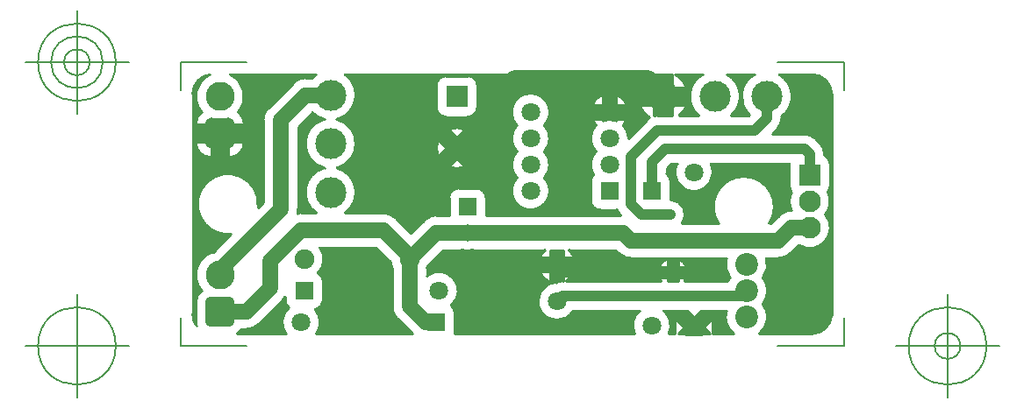
<source format=gbr>
G04 Generated by Ultiboard 14.1 *
%FSLAX34Y34*%
%MOMM*%

%ADD10C,0.0001*%
%ADD11C,0.2540*%
%ADD12C,1.5000*%
%ADD13C,1.0000*%
%ADD14C,2.0000*%
%ADD15C,0.1270*%
%ADD16R,1.8051X1.8051*%
%ADD17C,0.9949*%
%ADD18C,2.8000*%
%ADD19C,1.8000*%
%ADD20C,1.7000*%
%ADD21R,1.7000X1.7000*%
%ADD22C,1.9000*%
%ADD23C,3.0000*%
%ADD24R,1.8000X1.8000*%
%ADD25C,2.1000*%
%ADD26R,2.1000X2.1000*%
%ADD27C,2.2000*%
%ADD28C,1.0000*%


G04 ColorRGB 00FF00 for the following layer *
%LNCopper Top*%
%LPD*%
G54D10*
G36*
X501203Y259925D02*
G75*
D01*
G03X497586Y220079I11877J-21165*
G01*
X497586Y220079D01*
X478574Y220079D01*
G74*
D01*
G03X485773Y230154I15494J18681*
G01*
X485773Y230154D01*
X471686Y230154D01*
X471686Y220079D01*
X457213Y220079D01*
G75*
D01*
G03X454474Y219817I-13J-14339*
G01*
X454474Y219817D01*
X454474Y230154D01*
X440387Y230154D01*
G74*
D01*
G03X450146Y218224I22693J8606*
G01*
G74*
D01*
G03X447061Y215879I7054J12484*
G01*
X447061Y215879D01*
X429745Y198563D01*
G74*
D01*
G03X424614Y210820I18265J443*
G01*
G74*
D01*
G03X428563Y217041I13134J12700*
G01*
X428563Y217041D01*
X417959Y217041D01*
X417959Y215203D01*
G75*
D01*
G03X405001Y215203I-6479J-17083*
G01*
X405001Y215203D01*
X405001Y217041D01*
X394397Y217041D01*
G74*
D01*
G03X398346Y210820I17083J6479*
G01*
G75*
D01*
G03X398346Y185420I13134J-12700*
G01*
G75*
D01*
G03X396002Y163013I13134J-12700*
G01*
G74*
D01*
G03X393165Y156320I6478J6693*
G01*
X393165Y156320D01*
X393165Y138320D01*
G75*
D01*
G03X402480Y129005I9315J0*
G01*
X402480Y129005D01*
X418606Y129005D01*
G74*
D01*
G03X421661Y124481I13194J5615*
G01*
X421661Y124481D01*
X422210Y123931D01*
X292135Y123931D01*
X292135Y140580D01*
G74*
D01*
G03X282820Y149895I9315J0*
G01*
X282820Y149895D01*
X265820Y149895D01*
G75*
D01*
G03X256505Y140580I0J-9315*
G01*
X256505Y140580D01*
X256505Y123931D01*
X244240Y123931D01*
G75*
D01*
G03X240008Y123391I0J-16851*
G01*
G74*
D01*
G03X232324Y118996I4232J16311*
G01*
X232324Y118996D01*
X219710Y106381D01*
X204966Y121125D01*
G74*
D01*
G03X193040Y126071I11926J11905*
G01*
X193040Y126071D01*
X156034Y126071D01*
G75*
D01*
G03X148305Y169540I-13794J19969*
G01*
G75*
D01*
G03X148305Y216540I-6065J23500*
G01*
G75*
D01*
G03X156155Y259925I-6065J23500*
G01*
X156155Y259925D01*
X451203Y259925D01*
G74*
D01*
G03X440387Y247366I11877J21165*
G01*
X440387Y247366D01*
X454474Y247366D01*
X454474Y259925D01*
X471686Y259925D01*
X471686Y247366D01*
X485773Y247366D01*
G74*
D01*
G03X474957Y259925I22693J8606*
G01*
X474957Y259925D01*
X501203Y259925D01*
D02*
G37*
%LPC*%
G36*
X394397Y229999D02*
X394397Y229999D01*
X405001Y229999D01*
X405001Y240603D01*
G74*
D01*
G03X394397Y229999I6479J17083*
G01*
D02*
G37*
G36*
X322146Y210820D02*
G75*
D01*
G03X322146Y185420I13134J-12700*
G01*
G75*
D01*
G03X322146Y160020I13134J-12700*
G01*
G75*
D01*
G03X348414Y160020I13134J-12700*
G01*
G75*
D01*
G03X348414Y185420I-13134J12700*
G01*
G75*
D01*
G03X348414Y210820I-13134J12700*
G01*
G75*
D01*
G03X322146Y210820I-13134J12700*
G01*
D02*
G37*
G36*
X244345Y228260D02*
G75*
D01*
G03X253660Y218945I9315J0*
G01*
X253660Y218945D01*
X274660Y218945D01*
G75*
D01*
G03X283975Y228260I0J9315*
G01*
X283975Y228260D01*
X283975Y249260D01*
G74*
D01*
G03X274660Y258575I9315J0*
G01*
X274660Y258575D01*
X253660Y258575D01*
G75*
D01*
G03X244345Y249260I0J-9315*
G01*
X244345Y249260D01*
X244345Y228260D01*
D02*
G37*
G36*
X428563Y229999D02*
G74*
D01*
G03X417959Y240603I17083J6479*
G01*
X417959Y240603D01*
X417959Y229999D01*
X428563Y229999D01*
D02*
G37*
G36*
X456580Y238760D02*
G75*
D01*
G03X456580Y238760I6500J0*
G01*
D02*
G37*
G36*
X406980Y223520D02*
G75*
D01*
G03X406980Y223520I4500J0*
G01*
D02*
G37*
G36*
X282188Y196874D02*
X282188Y196874D01*
X274075Y188760D01*
X282188Y180646D01*
G75*
D01*
G03X282188Y196874I-18028J8114*
G01*
D02*
G37*
G36*
X246132Y196874D02*
G75*
D01*
G03X246132Y180646I18028J-8114*
G01*
X246132Y180646D01*
X254245Y188760D01*
X246132Y196874D01*
D02*
G37*
G36*
X258660Y188760D02*
G75*
D01*
G03X258660Y188760I5500J0*
G01*
D02*
G37*
G36*
X256046Y206788D02*
X256046Y206788D01*
X264160Y198675D01*
X272274Y206788D01*
G75*
D01*
G03X256046Y206788I-8114J-18028*
G01*
D02*
G37*
G36*
X272274Y170732D02*
X272274Y170732D01*
X264160Y178845D01*
X256046Y170732D01*
G75*
D01*
G03X272274Y170732I8114J18028*
G01*
D02*
G37*
%LPD*%
G36*
X17882Y223628D02*
G75*
D01*
G02X25574Y259779I17678J15132*
G01*
G74*
D01*
G03X9303Y241660I2481J18594*
G01*
G74*
D01*
G02X9315Y241185I9303J475*
G01*
X9315Y241185D01*
X9315Y28055D01*
G75*
D01*
G02X9303Y27580I-9315J0*
G01*
G74*
D01*
G03X12958Y16922I18752J475*
G01*
G75*
D01*
G02X12221Y21455I13577J4533*
G01*
X12221Y21455D01*
X12221Y39505D01*
G74*
D01*
G02X17882Y50908I14314J0*
G01*
G75*
D01*
G02X28965Y88356I17678J15132*
G01*
X28965Y88356D01*
X46105Y105497D01*
G75*
D01*
G02X72303Y131695I-2925J29123*
G01*
X72303Y131695D01*
X77129Y136520D01*
X77129Y215888D01*
G75*
D01*
G02X82064Y227816I16851J12*
G01*
X82064Y227816D01*
X84934Y230685D01*
X84934Y230685D01*
X106204Y251956D01*
G75*
D01*
G02X118127Y256891I11916J-11916*
G01*
X118127Y256891D01*
X124774Y256891D01*
G74*
D01*
G02X128325Y259925I17466J16851*
G01*
X128325Y259925D01*
X45231Y259925D01*
G75*
D01*
G02X53238Y223628I-9671J-21165*
G01*
G74*
D01*
G02X58899Y212225I8653J11403*
G01*
X58899Y212225D01*
X58899Y211476D01*
X43836Y211476D01*
X43836Y217011D01*
G75*
D01*
G02X27284Y217011I-8276J21749*
G01*
X27284Y217011D01*
X27284Y211476D01*
X12221Y211476D01*
X12221Y212225D01*
G74*
D01*
G02X17882Y223628I14314J0*
G01*
D02*
G37*
%LPC*%
G36*
X29060Y203200D02*
G75*
D01*
G02X29060Y203200I6500J0*
G01*
D02*
G37*
G36*
X44585Y179861D02*
X44585Y179861D01*
X43836Y179861D01*
X43836Y194924D01*
X58899Y194924D01*
X58899Y194175D01*
G75*
D01*
G02X44585Y179861I-14314J0*
G01*
D02*
G37*
G36*
X26535Y179861D02*
G75*
D01*
G02X12221Y194175I0J14314*
G01*
X12221Y194175D01*
X12221Y194924D01*
X27284Y194924D01*
X27284Y179861D01*
X26535Y179861D01*
D02*
G37*
%LPD*%
G36*
X432200Y82209D02*
X432200Y82209D01*
X524201Y82209D01*
G75*
D01*
G03X527762Y63500I19359J-6009*
G01*
G74*
D01*
G03X525528Y60059I15798J12700*
G01*
X525528Y60059D01*
X483887Y60059D01*
G74*
D01*
G03X485783Y63520I11447J8521*
G01*
X485783Y63520D01*
X477500Y63520D01*
X477500Y60059D01*
X467380Y60059D01*
X467380Y63520D01*
X459097Y63520D01*
G74*
D01*
G03X460993Y60059I13343J5060*
G01*
X460993Y60059D01*
X369239Y60059D01*
G74*
D01*
G03X377763Y69721I8559J16141*
G01*
X377763Y69721D01*
X367159Y69721D01*
X367159Y60059D01*
X365760Y60059D01*
G75*
D01*
G03X363667Y59905I0J-14339*
G01*
G74*
D01*
G03X360115Y58901I2093J14185*
G01*
G75*
D01*
G03X376430Y31381I565J-18261*
G01*
X376430Y31381D01*
X440455Y31381D01*
G75*
D01*
G03X435697Y9315I11665J-14061*
G01*
X435697Y9315D01*
X261936Y9315D01*
G74*
D01*
G03X262155Y11320I9096J2005*
G01*
X262155Y11320D01*
X262155Y29320D01*
G74*
D01*
G03X258490Y36726I9315J0*
G01*
G75*
D01*
G03X235291Y64957I-11650J14074*
G01*
X235291Y64957D01*
X235291Y73012D01*
G74*
D01*
G03X236202Y75210I16851J8268*
G01*
X236202Y75210D01*
X251220Y90229D01*
X268680Y90229D01*
G75*
D01*
G03X279960Y90229I5640J16851*
G01*
X279960Y90229D01*
X348976Y90229D01*
G74*
D01*
G03X343597Y82679I11704J14029*
G01*
X343597Y82679D01*
X354201Y82679D01*
X354201Y90229D01*
X367159Y90229D01*
X367159Y82679D01*
X377763Y82679D01*
G74*
D01*
G03X372384Y90229I17083J6479*
G01*
X372384Y90229D01*
X417200Y90229D01*
X420284Y87144D01*
G74*
D01*
G03X427195Y82969I11916J11916*
G01*
G75*
D01*
G03X432200Y82209I5005J16091*
G01*
D02*
G37*
%LPC*%
G36*
X470685Y66147D02*
G75*
D01*
G03X470685Y66147I1755J2433*
G01*
D02*
G37*
G36*
X477500Y81923D02*
X477500Y81923D01*
X477500Y73640D01*
X485783Y73640D01*
G74*
D01*
G03X477500Y81923I13343J5060*
G01*
D02*
G37*
G36*
X354201Y59117D02*
X354201Y59117D01*
X354201Y69721D01*
X343597Y69721D01*
G74*
D01*
G03X354201Y59117I17083J6479*
G01*
D02*
G37*
G36*
X459097Y73640D02*
X459097Y73640D01*
X467380Y73640D01*
X467380Y81923D01*
G74*
D01*
G03X459097Y73640I5060J13343*
G01*
D02*
G37*
G36*
X356180Y76200D02*
G75*
D01*
G03X356180Y76200I4500J0*
G01*
D02*
G37*
%LPD*%
G36*
X574957Y259925D02*
G75*
D01*
G02X577419Y219179I-11877J-21165*
G01*
X577419Y219179D01*
X577419Y217640D01*
G75*
D01*
G02X573209Y207491I-14339J0*
G01*
X573209Y207491D01*
X568017Y202299D01*
X599440Y202299D01*
G74*
D01*
G02X609589Y198089I0J14339*
G01*
X609589Y198089D01*
X614649Y193029D01*
G74*
D01*
G02X618859Y182880I10129J10149*
G01*
X618859Y182880D01*
X618859Y181547D01*
G74*
D01*
G02X624335Y173060I3839J8487*
G01*
X624335Y173060D01*
X624335Y152060D01*
G75*
D01*
G02X622163Y146081I-9315J0*
G01*
G75*
D01*
G02X619671Y124460I-17643J-8921*
G01*
G75*
D01*
G02X594181Y94909I-15151J-12700*
G01*
X594181Y94909D01*
X593720Y94909D01*
X585966Y87155D01*
G74*
D01*
G02X577586Y82586I11926J11905*
G01*
G75*
D01*
G02X574030Y82209I-3546J16474*
G01*
X574030Y82209D01*
X562919Y82209D01*
G75*
D01*
G02X559358Y63500I-19359J-6009*
G01*
G75*
D01*
G02X559358Y38100I-15798J-12700*
G01*
G75*
D01*
G02X555895Y9315I-15798J-12700*
G01*
X555895Y9315D01*
X606945Y9315D01*
G74*
D01*
G02X607420Y9303I0J9315*
G01*
G74*
D01*
G03X625697Y27580I475J18752*
G01*
G75*
D01*
G02X625685Y28055I9303J475*
G01*
X625685Y28055D01*
X625685Y241185D01*
G74*
D01*
G02X625697Y241660I9315J0*
G01*
G74*
D01*
G03X607420Y259937I18752J475*
G01*
G74*
D01*
G02X606945Y259925I475J9303*
G01*
X606945Y259925D01*
X574957Y259925D01*
D02*
G37*
G36*
X206524Y23644D02*
G75*
D01*
G02X201589Y35573I11916J11916*
G01*
X201589Y35573D01*
X201589Y73012D01*
G74*
D01*
G02X199868Y78561I16851J8268*
G01*
X199868Y78561D01*
X186060Y92369D01*
X131984Y92369D01*
G75*
D01*
G02X130158Y68053I-15144J-11089*
G01*
G74*
D01*
G02X135155Y59800I4318J8253*
G01*
X135155Y59800D01*
X135155Y41800D01*
G75*
D01*
G02X127359Y32610I-9315J0*
G01*
G75*
D01*
G02X128424Y9315I-13519J-12290*
G01*
X128424Y9315D01*
X220854Y9315D01*
X206524Y23644D01*
D02*
G37*
G36*
X470435Y138789D02*
G75*
D01*
G02X481412Y115911I-535J-14329*
G01*
X481412Y115911D01*
X516621Y115911D01*
G75*
D01*
G02X565419Y115911I24399J16169*
G01*
X565419Y115911D01*
X567060Y115911D01*
X574824Y123676D01*
G74*
D01*
G02X581867Y127891I11916J11916*
G01*
G74*
D01*
G02X586694Y128611I4873J16131*
G01*
G75*
D01*
G02X586877Y146081I17826J8549*
G01*
G75*
D01*
G02X584705Y152060I7143J5979*
G01*
X584705Y152060D01*
X584705Y173060D01*
G74*
D01*
G02X584722Y173621I9315J0*
G01*
X584722Y173621D01*
X508994Y173621D01*
G75*
D01*
G02X476526Y173621I-16234J-8381*
G01*
X476526Y173621D01*
X470759Y173621D01*
X470685Y173547D01*
X470685Y173547D01*
X466459Y169321D01*
X466459Y163953D01*
G74*
D01*
G02X470435Y156320I5339J7633*
G01*
X470435Y156320D01*
X470435Y138789D01*
D02*
G37*
G36*
X136175Y169540D02*
G75*
D01*
G02X136175Y216540I6065J23500*
G01*
G74*
D01*
G02X124935Y223024I6065J23500*
G01*
X124935Y223024D01*
X110831Y208920D01*
X110831Y129540D01*
G75*
D01*
G02X110398Y125743I-16851J0*
G01*
G75*
D01*
G02X113712Y126071I3307J-16523*
G01*
X113712Y126071D01*
X128446Y126071D01*
G75*
D01*
G02X136175Y169540I13794J19969*
G01*
D02*
G37*
G36*
X99256Y9315D02*
G75*
D01*
G02X102190Y34394I14584J11005*
G01*
G75*
D01*
G02X98525Y41800I5650J7406*
G01*
X98525Y41800D01*
X98525Y45111D01*
G74*
D01*
G02X95725Y41414I14705J8229*
G01*
X95725Y41414D01*
X72886Y18575D01*
G74*
D01*
G02X60960Y13629I11926J11905*
G01*
X60960Y13629D01*
X56570Y13629D01*
G74*
D01*
G02X52169Y9315I11985J7826*
G01*
X52169Y9315D01*
X99256Y9315D01*
D02*
G37*
G36*
X524192Y31381D02*
X524192Y31381D01*
X499716Y31381D01*
X492760Y24425D01*
X485804Y31381D01*
X463785Y31381D01*
G75*
D01*
G02X468543Y9315I-11665J-14061*
G01*
X468543Y9315D01*
X474445Y9315D01*
X474445Y24240D01*
G74*
D01*
G02X474446Y24369I9315J0*
G01*
X474446Y24369D01*
X483575Y15240D01*
X477650Y9315D01*
X507870Y9315D01*
X501945Y15240D01*
X511074Y24369D01*
G74*
D01*
G02X511075Y24240I9314J129*
G01*
X511075Y24240D01*
X511075Y9315D01*
X531225Y9315D01*
G75*
D01*
G02X524192Y31381I12335J16085*
G01*
D02*
G37*
%LPC*%
G36*
X488260Y15240D02*
G75*
D01*
G02X488260Y15240I4500J0*
G01*
D02*
G37*
%LPD*%
G36*
X546344Y221183D02*
G75*
D01*
G02X551203Y259925I16736J17577*
G01*
X551203Y259925D01*
X524957Y259925D01*
G75*
D01*
G02X528574Y220079I-11877J-21165*
G01*
X528574Y220079D01*
X545241Y220079D01*
X546344Y221183D01*
D02*
G37*
G54D11*
X29060Y203200D02*
G75*
D01*
G02X29060Y203200I6500J0*
G01*
X44585Y179861D02*
X43836Y179861D01*
X43836Y194924D01*
X58899Y194924D01*
X58899Y194175D01*
G75*
D01*
G02X44585Y179861I-14314J0*
G01*
X26535Y179861D02*
G75*
D01*
G02X12221Y194175I0J14314*
G01*
X12221Y194924D01*
X27284Y194924D01*
X27284Y179861D01*
X26535Y179861D01*
X17882Y223628D02*
G75*
D01*
G02X25574Y259779I17678J15132*
G01*
G74*
D01*
G03X9303Y241660I2481J18594*
G01*
G74*
D01*
G02X9315Y241185I9303J475*
G01*
X9315Y28055D01*
G75*
D01*
G02X9303Y27580I-9315J0*
G01*
G74*
D01*
G03X12958Y16922I18752J475*
G01*
G75*
D01*
G02X12221Y21455I13577J4533*
G01*
X12221Y39505D01*
G74*
D01*
G02X17882Y50908I14314J0*
G01*
G75*
D01*
G02X28965Y88356I17678J15132*
G01*
X46105Y105497D01*
G75*
D01*
G02X72303Y131695I-2925J29123*
G01*
X77129Y136520D01*
X77129Y215888D01*
G75*
D01*
G02X82064Y227816I16851J12*
G01*
X84934Y230685D01*
X84934Y230685D01*
X106204Y251956D01*
G75*
D01*
G02X118127Y256891I11916J-11916*
G01*
X124774Y256891D01*
G74*
D01*
G02X128325Y259925I17466J16851*
G01*
X45231Y259925D01*
G75*
D01*
G02X53238Y223628I-9671J-21165*
G01*
G74*
D01*
G02X58899Y212225I8653J11403*
G01*
X58899Y211476D01*
X43836Y211476D01*
X43836Y217011D01*
G75*
D01*
G02X27284Y217011I-8276J21749*
G01*
X27284Y211476D01*
X12221Y211476D01*
X12221Y212225D01*
G74*
D01*
G02X17882Y223628I14314J0*
G01*
X99256Y9315D02*
G75*
D01*
G02X102190Y34394I14584J11005*
G01*
G75*
D01*
G02X98525Y41800I5650J7406*
G01*
X98525Y45111D01*
G74*
D01*
G02X95725Y41414I14705J8229*
G01*
X72886Y18575D01*
G74*
D01*
G02X60960Y13629I11926J11905*
G01*
X56570Y13629D01*
G74*
D01*
G02X52169Y9315I11985J7826*
G01*
X99256Y9315D01*
X206524Y23644D02*
G75*
D01*
G02X201589Y35573I11916J11916*
G01*
X201589Y73012D01*
G74*
D01*
G02X199868Y78561I16851J8268*
G01*
X186060Y92369D01*
X131984Y92369D01*
G75*
D01*
G02X130158Y68053I-15144J-11089*
G01*
G74*
D01*
G02X135155Y59800I4318J8253*
G01*
X135155Y41800D01*
G75*
D01*
G02X127359Y32610I-9315J0*
G01*
G75*
D01*
G02X128424Y9315I-13519J-12290*
G01*
X220854Y9315D01*
X206524Y23644D01*
X470685Y66147D02*
G75*
D01*
G03X470685Y66147I1755J2433*
G01*
X477500Y81923D02*
X477500Y73640D01*
X485783Y73640D01*
G74*
D01*
G03X477500Y81923I13343J5060*
G01*
X354201Y59117D02*
X354201Y69721D01*
X343597Y69721D01*
G74*
D01*
G03X354201Y59117I17083J6479*
G01*
X459097Y73640D02*
X467380Y73640D01*
X467380Y81923D01*
G74*
D01*
G03X459097Y73640I5060J13343*
G01*
X356180Y76200D02*
G75*
D01*
G03X356180Y76200I4500J0*
G01*
X432200Y82209D02*
X524201Y82209D01*
G75*
D01*
G03X527762Y63500I19359J-6009*
G01*
G74*
D01*
G03X525528Y60059I15798J12700*
G01*
X483887Y60059D01*
G74*
D01*
G03X485783Y63520I11447J8521*
G01*
X477500Y63520D01*
X477500Y60059D01*
X467380Y60059D01*
X467380Y63520D01*
X459097Y63520D01*
G74*
D01*
G03X460993Y60059I13343J5060*
G01*
X369239Y60059D01*
G74*
D01*
G03X377763Y69721I8559J16141*
G01*
X367159Y69721D01*
X367159Y60059D01*
X365760Y60059D01*
G75*
D01*
G03X363667Y59905I0J-14339*
G01*
G74*
D01*
G03X360115Y58901I2093J14185*
G01*
G75*
D01*
G03X376430Y31381I565J-18261*
G01*
X440455Y31381D01*
G75*
D01*
G03X435697Y9315I11665J-14061*
G01*
X261936Y9315D01*
G74*
D01*
G03X262155Y11320I9096J2005*
G01*
X262155Y29320D01*
G74*
D01*
G03X258490Y36726I9315J0*
G01*
G75*
D01*
G03X235291Y64957I-11650J14074*
G01*
X235291Y73012D01*
G74*
D01*
G03X236202Y75210I16851J8268*
G01*
X251220Y90229D01*
X268680Y90229D01*
G75*
D01*
G03X279960Y90229I5640J16851*
G01*
X348976Y90229D01*
G74*
D01*
G03X343597Y82679I11704J14029*
G01*
X354201Y82679D01*
X354201Y90229D01*
X367159Y90229D01*
X367159Y82679D01*
X377763Y82679D01*
G74*
D01*
G03X372384Y90229I17083J6479*
G01*
X417200Y90229D01*
X420284Y87144D01*
G74*
D01*
G03X427195Y82969I11916J11916*
G01*
G75*
D01*
G03X432200Y82209I5005J16091*
G01*
X488260Y15240D02*
G75*
D01*
G02X488260Y15240I4500J0*
G01*
X524192Y31381D02*
X499716Y31381D01*
X492760Y24425D01*
X485804Y31381D01*
X463785Y31381D01*
G75*
D01*
G02X468543Y9315I-11665J-14061*
G01*
X474445Y9315D01*
X474445Y24240D01*
G74*
D01*
G02X474446Y24369I9315J0*
G01*
X483575Y15240D01*
X477650Y9315D01*
X507870Y9315D01*
X501945Y15240D01*
X511074Y24369D01*
G74*
D01*
G02X511075Y24240I9314J129*
G01*
X511075Y9315D01*
X531225Y9315D01*
G75*
D01*
G02X524192Y31381I12335J16085*
G01*
X574957Y259925D02*
G75*
D01*
G02X577419Y219179I-11877J-21165*
G01*
X577419Y217640D01*
G75*
D01*
G02X573209Y207491I-14339J0*
G01*
X568017Y202299D01*
X599440Y202299D01*
G74*
D01*
G02X609589Y198089I0J14339*
G01*
X614649Y193029D01*
G74*
D01*
G02X618859Y182880I10129J10149*
G01*
X618859Y181547D01*
G74*
D01*
G02X624335Y173060I3839J8487*
G01*
X624335Y152060D01*
G75*
D01*
G02X622163Y146081I-9315J0*
G01*
G75*
D01*
G02X619671Y124460I-17643J-8921*
G01*
G75*
D01*
G02X594181Y94909I-15151J-12700*
G01*
X593720Y94909D01*
X585966Y87155D01*
G74*
D01*
G02X577586Y82586I11926J11905*
G01*
G75*
D01*
G02X574030Y82209I-3546J16474*
G01*
X562919Y82209D01*
G75*
D01*
G02X559358Y63500I-19359J-6009*
G01*
G75*
D01*
G02X559358Y38100I-15798J-12700*
G01*
G75*
D01*
G02X555895Y9315I-15798J-12700*
G01*
X606945Y9315D01*
G74*
D01*
G02X607420Y9303I0J9315*
G01*
G74*
D01*
G03X625697Y27580I475J18752*
G01*
G75*
D01*
G02X625685Y28055I9303J475*
G01*
X625685Y241185D01*
G74*
D01*
G02X625697Y241660I9315J0*
G01*
G74*
D01*
G03X607420Y259937I18752J475*
G01*
G74*
D01*
G02X606945Y259925I475J9303*
G01*
X574957Y259925D01*
X394397Y229999D02*
X405001Y229999D01*
X405001Y240603D01*
G74*
D01*
G03X394397Y229999I6479J17083*
G01*
X322146Y210820D02*
G75*
D01*
G03X322146Y185420I13134J-12700*
G01*
G75*
D01*
G03X322146Y160020I13134J-12700*
G01*
G75*
D01*
G03X348414Y160020I13134J-12700*
G01*
G75*
D01*
G03X348414Y185420I-13134J12700*
G01*
G75*
D01*
G03X348414Y210820I-13134J12700*
G01*
G75*
D01*
G03X322146Y210820I-13134J12700*
G01*
X244345Y228260D02*
G75*
D01*
G03X253660Y218945I9315J0*
G01*
X274660Y218945D01*
G75*
D01*
G03X283975Y228260I0J9315*
G01*
X283975Y249260D01*
G74*
D01*
G03X274660Y258575I9315J0*
G01*
X253660Y258575D01*
G75*
D01*
G03X244345Y249260I0J-9315*
G01*
X244345Y228260D01*
X428563Y229999D02*
G74*
D01*
G03X417959Y240603I17083J6479*
G01*
X417959Y229999D01*
X428563Y229999D01*
X456580Y238760D02*
G75*
D01*
G03X456580Y238760I6500J0*
G01*
X406980Y223520D02*
G75*
D01*
G03X406980Y223520I4500J0*
G01*
X282188Y196874D02*
X274075Y188760D01*
X282188Y180646D01*
G75*
D01*
G03X282188Y196874I-18028J8114*
G01*
X246132Y196874D02*
G75*
D01*
G03X246132Y180646I18028J-8114*
G01*
X254245Y188760D01*
X246132Y196874D01*
X258660Y188760D02*
G75*
D01*
G03X258660Y188760I5500J0*
G01*
X256046Y206788D02*
X264160Y198675D01*
X272274Y206788D01*
G75*
D01*
G03X256046Y206788I-8114J-18028*
G01*
X272274Y170732D02*
X264160Y178845D01*
X256046Y170732D01*
G75*
D01*
G03X272274Y170732I8114J18028*
G01*
X501203Y259925D02*
G75*
D01*
G03X497586Y220079I11877J-21165*
G01*
X478574Y220079D01*
G74*
D01*
G03X485773Y230154I15494J18681*
G01*
X471686Y230154D01*
X471686Y220079D01*
X457213Y220079D01*
G75*
D01*
G03X454474Y219817I-13J-14339*
G01*
X454474Y230154D01*
X440387Y230154D01*
G74*
D01*
G03X450146Y218224I22693J8606*
G01*
G74*
D01*
G03X447061Y215879I7054J12484*
G01*
X429745Y198563D01*
G74*
D01*
G03X424614Y210820I18265J443*
G01*
G74*
D01*
G03X428563Y217041I13134J12700*
G01*
X417959Y217041D01*
X417959Y215203D01*
G75*
D01*
G03X405001Y215203I-6479J-17083*
G01*
X405001Y217041D01*
X394397Y217041D01*
G74*
D01*
G03X398346Y210820I17083J6479*
G01*
G75*
D01*
G03X398346Y185420I13134J-12700*
G01*
G75*
D01*
G03X396002Y163013I13134J-12700*
G01*
G74*
D01*
G03X393165Y156320I6478J6693*
G01*
X393165Y138320D01*
G75*
D01*
G03X402480Y129005I9315J0*
G01*
X418606Y129005D01*
G74*
D01*
G03X421661Y124481I13194J5615*
G01*
X422210Y123931D01*
X292135Y123931D01*
X292135Y140580D01*
G74*
D01*
G03X282820Y149895I9315J0*
G01*
X265820Y149895D01*
G75*
D01*
G03X256505Y140580I0J-9315*
G01*
X256505Y123931D01*
X244240Y123931D01*
G75*
D01*
G03X240008Y123391I0J-16851*
G01*
G74*
D01*
G03X232324Y118996I4232J16311*
G01*
X219710Y106381D01*
X204966Y121125D01*
G74*
D01*
G03X193040Y126071I11926J11905*
G01*
X156034Y126071D01*
G75*
D01*
G03X148305Y169540I-13794J19969*
G01*
G75*
D01*
G03X148305Y216540I-6065J23500*
G01*
G75*
D01*
G03X156155Y259925I-6065J23500*
G01*
X451203Y259925D01*
G74*
D01*
G03X440387Y247366I11877J21165*
G01*
X454474Y247366D01*
X454474Y259925D01*
X471686Y259925D01*
X471686Y247366D01*
X485773Y247366D01*
G74*
D01*
G03X474957Y259925I22693J8606*
G01*
X501203Y259925D01*
X136175Y169540D02*
G75*
D01*
G02X136175Y216540I6065J23500*
G01*
G74*
D01*
G02X124935Y223024I6065J23500*
G01*
X110831Y208920D01*
X110831Y129540D01*
G75*
D01*
G02X110398Y125743I-16851J0*
G01*
G75*
D01*
G02X113712Y126071I3307J-16523*
G01*
X128446Y126071D01*
G75*
D01*
G02X136175Y169540I13794J19969*
G01*
X470435Y138789D02*
G75*
D01*
G02X481412Y115911I-535J-14329*
G01*
X516621Y115911D01*
G75*
D01*
G02X565419Y115911I24399J16169*
G01*
X567060Y115911D01*
X574824Y123676D01*
G74*
D01*
G02X581867Y127891I11916J11916*
G01*
G74*
D01*
G02X586694Y128611I4873J16131*
G01*
G75*
D01*
G02X586877Y146081I17826J8549*
G01*
G75*
D01*
G02X584705Y152060I7143J5979*
G01*
X584705Y173060D01*
G74*
D01*
G02X584722Y173621I9315J0*
G01*
X508994Y173621D01*
G75*
D01*
G02X476526Y173621I-16234J-8381*
G01*
X470759Y173621D01*
X470685Y173547D01*
X470685Y173547D01*
X466459Y169321D01*
X466459Y163953D01*
G74*
D01*
G02X470435Y156320I5339J7633*
G01*
X470435Y138789D01*
X546344Y221183D02*
G75*
D01*
G02X551203Y259925I16736J17577*
G01*
X524957Y259925D01*
G75*
D01*
G02X528574Y220079I-11877J-21165*
G01*
X545241Y220079D01*
X546344Y221183D01*
G54D12*
X193040Y109220D02*
X218440Y83820D01*
X244240Y107080D02*
X218440Y81280D01*
X218440Y35560D02*
X218440Y83820D01*
X113705Y109220D02*
X193040Y109220D01*
X424180Y107080D02*
X244240Y107080D01*
X218440Y35560D02*
X233680Y20320D01*
X83820Y79335D02*
X113705Y109220D01*
X432200Y99060D02*
X424180Y107080D01*
X574040Y99060D02*
X432200Y99060D01*
X233680Y20320D02*
X243840Y20320D01*
X83820Y53340D02*
X83820Y79335D01*
X586740Y111760D02*
X574040Y99060D01*
X60960Y30480D02*
X83820Y53340D01*
X604520Y111760D02*
X586740Y111760D01*
X35560Y30480D02*
X60960Y30480D01*
X118120Y240040D02*
X142240Y240040D01*
X93980Y215900D02*
X118120Y240040D01*
X93980Y129540D02*
X93980Y215900D01*
X35560Y71120D02*
X93980Y129540D01*
X35560Y71120D02*
X35560Y66040D01*
X411480Y223520D02*
X411480Y254000D01*
G54D13*
X538480Y45720D02*
X365760Y45720D01*
X360680Y40640D01*
X538480Y45720D02*
X543560Y50800D01*
X563080Y217640D02*
X563080Y238760D01*
X551180Y205740D02*
X563080Y217640D01*
X457200Y205740D02*
X551180Y205740D01*
X431800Y180340D02*
X457200Y205740D01*
X431800Y134620D02*
X431800Y180340D01*
X441960Y124460D02*
X431800Y134620D01*
X469900Y124460D02*
X441960Y124460D01*
X604520Y182880D02*
X604520Y162560D01*
X599440Y187960D02*
X604520Y182880D01*
X464820Y187960D02*
X599440Y187960D01*
X452120Y175260D02*
X464820Y187960D01*
X452120Y147320D02*
X452120Y175260D01*
X368300Y68580D02*
X360680Y76200D01*
X472440Y68580D02*
X368300Y68580D01*
G54D14*
X320040Y254000D02*
X447840Y254000D01*
X299720Y233680D02*
X320040Y254000D01*
X447840Y254000D02*
X463080Y238760D01*
X299720Y213360D02*
X299720Y233680D01*
X275120Y188760D02*
X299720Y213360D01*
X264160Y188760D02*
X275120Y188760D01*
G54D15*
X-2540Y-2540D02*
X-2540Y24892D01*
X-2540Y-2540D02*
X61468Y-2540D01*
X637540Y-2540D02*
X573532Y-2540D01*
X637540Y-2540D02*
X637540Y24892D01*
X637540Y271780D02*
X637540Y244348D01*
X637540Y271780D02*
X573532Y271780D01*
X-2540Y271780D02*
X61468Y271780D01*
X-2540Y271780D02*
X-2540Y244348D01*
X-52540Y-2540D02*
X-152540Y-2540D01*
X-102540Y-52540D02*
X-102540Y47460D01*
X-140040Y-2540D02*
G75*
D01*
G02X-140040Y-2540I37500J0*
G01*
X687540Y-2540D02*
X787540Y-2540D01*
X737540Y-52540D02*
X737540Y47460D01*
X700040Y-2540D02*
G75*
D01*
G02X700040Y-2540I37500J0*
G01*
X725040Y-2540D02*
G75*
D01*
G02X725040Y-2540I12500J0*
G01*
X-52540Y271780D02*
X-152540Y271780D01*
X-102540Y221780D02*
X-102540Y321780D01*
X-140040Y271780D02*
G75*
D01*
G02X-140040Y271780I37500J0*
G01*
X-127540Y271780D02*
G75*
D01*
G02X-127540Y271780I25000J0*
G01*
X-115040Y271780D02*
G75*
D01*
G02X-115040Y271780I12500J0*
G01*
G54D16*
X35560Y30480D03*
X35560Y203200D03*
G54D17*
X26535Y21455D02*
X44585Y21455D01*
X44585Y39505D01*
X26535Y39505D01*
X26535Y21455D01*D02*
X26535Y194175D02*
X44585Y194175D01*
X44585Y212225D01*
X26535Y212225D01*
X26535Y194175D01*D02*
G54D18*
X35560Y66040D03*
X35560Y238760D03*
G54D19*
X360680Y76200D03*
X360680Y40640D03*
X335280Y147320D03*
X335280Y172720D03*
X411480Y172720D03*
X335280Y198120D03*
X411480Y198120D03*
X335280Y223520D03*
X411480Y223520D03*
X452120Y17320D03*
X113840Y20320D03*
X246840Y50800D03*
X492760Y165240D03*
G54D20*
X274320Y107080D03*
G54D21*
X274320Y132080D03*
G54D22*
X218440Y81280D03*
X116840Y81280D03*
G54D23*
X142240Y146040D03*
X142240Y240040D03*
X142240Y193040D03*
X463080Y238760D03*
X513080Y238760D03*
X563080Y238760D03*
G54D24*
X411480Y147320D03*
X452120Y147320D03*
X243840Y20320D03*
X116840Y50800D03*
X492760Y15240D03*
G54D25*
X604520Y111760D03*
X604520Y137160D03*
X264160Y188760D03*
G54D26*
X604520Y162560D03*
X264160Y238760D03*
G54D27*
X543560Y25400D03*
X543560Y50800D03*
X543560Y76200D03*
G54D28*
X469900Y124460D03*
X472440Y68580D03*

M02*

</source>
